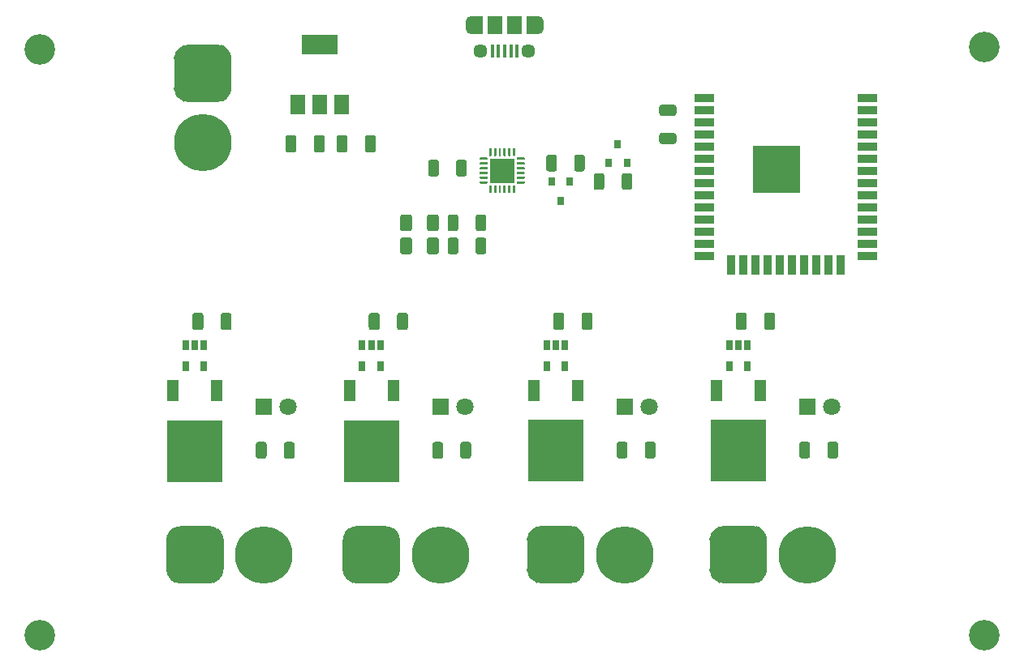
<source format=gbr>
G04 #@! TF.GenerationSoftware,KiCad,Pcbnew,5.1.9*
G04 #@! TF.CreationDate,2021-01-16T18:22:49+01:00*
G04 #@! TF.ProjectId,firework-ignition-system,66697265-776f-4726-9b2d-69676e697469,1*
G04 #@! TF.SameCoordinates,Original*
G04 #@! TF.FileFunction,Soldermask,Top*
G04 #@! TF.FilePolarity,Negative*
%FSLAX46Y46*%
G04 Gerber Fmt 4.6, Leading zero omitted, Abs format (unit mm)*
G04 Created by KiCad (PCBNEW 5.1.9) date 2021-01-16 18:22:49*
%MOMM*%
%LPD*%
G01*
G04 APERTURE LIST*
%ADD10R,2.600000X2.600000*%
%ADD11R,1.200000X1.900000*%
%ADD12O,1.200000X1.900000*%
%ADD13R,1.500000X1.900000*%
%ADD14C,1.450000*%
%ADD15R,0.400000X1.350000*%
%ADD16R,0.650000X1.060000*%
%ADD17R,5.800000X6.400000*%
%ADD18R,1.200000X2.200000*%
%ADD19C,6.000000*%
%ADD20C,1.800000*%
%ADD21R,1.800000X1.800000*%
%ADD22C,3.200000*%
%ADD23R,0.800000X0.900000*%
%ADD24R,2.000000X0.900000*%
%ADD25R,0.900000X2.000000*%
%ADD26R,5.000000X5.000000*%
%ADD27R,1.500000X2.000000*%
%ADD28R,3.800000X2.000000*%
%ADD29C,0.152400*%
G04 APERTURE END LIST*
G36*
G01*
X46090000Y48148001D02*
X46090000Y46847999D01*
G75*
G02*
X45840001Y46598000I-249999J0D01*
G01*
X45189999Y46598000D01*
G75*
G02*
X44940000Y46847999I0J249999D01*
G01*
X44940000Y48148001D01*
G75*
G02*
X45189999Y48398000I249999J0D01*
G01*
X45840001Y48398000D01*
G75*
G02*
X46090000Y48148001I0J-249999D01*
G01*
G37*
G36*
G01*
X49040000Y48148001D02*
X49040000Y46847999D01*
G75*
G02*
X48790001Y46598000I-249999J0D01*
G01*
X48139999Y46598000D01*
G75*
G02*
X47890000Y46847999I0J249999D01*
G01*
X47890000Y48148001D01*
G75*
G02*
X48139999Y48398000I249999J0D01*
G01*
X48790001Y48398000D01*
G75*
G02*
X49040000Y48148001I0J-249999D01*
G01*
G37*
G36*
G01*
X53224000Y46847999D02*
X53224000Y48148001D01*
G75*
G02*
X53473999Y48398000I249999J0D01*
G01*
X54124001Y48398000D01*
G75*
G02*
X54374000Y48148001I0J-249999D01*
G01*
X54374000Y46847999D01*
G75*
G02*
X54124001Y46598000I-249999J0D01*
G01*
X53473999Y46598000D01*
G75*
G02*
X53224000Y46847999I0J249999D01*
G01*
G37*
G36*
G01*
X50274000Y46847999D02*
X50274000Y48148001D01*
G75*
G02*
X50523999Y48398000I249999J0D01*
G01*
X51174001Y48398000D01*
G75*
G02*
X51424000Y48148001I0J-249999D01*
G01*
X51424000Y46847999D01*
G75*
G02*
X51174001Y46598000I-249999J0D01*
G01*
X50523999Y46598000D01*
G75*
G02*
X50274000Y46847999I0J249999D01*
G01*
G37*
G36*
G01*
X84185999Y48630000D02*
X85486001Y48630000D01*
G75*
G02*
X85736000Y48380001I0J-249999D01*
G01*
X85736000Y47729999D01*
G75*
G02*
X85486001Y47480000I-249999J0D01*
G01*
X84185999Y47480000D01*
G75*
G02*
X83936000Y47729999I0J249999D01*
G01*
X83936000Y48380001D01*
G75*
G02*
X84185999Y48630000I249999J0D01*
G01*
G37*
G36*
G01*
X84185999Y51580000D02*
X85486001Y51580000D01*
G75*
G02*
X85736000Y51330001I0J-249999D01*
G01*
X85736000Y50679999D01*
G75*
G02*
X85486001Y50430000I-249999J0D01*
G01*
X84185999Y50430000D01*
G75*
G02*
X83936000Y50679999I0J249999D01*
G01*
X83936000Y51330001D01*
G75*
G02*
X84185999Y51580000I249999J0D01*
G01*
G37*
D10*
X67564000Y44704000D03*
G36*
G01*
X69151500Y46079000D02*
X69851500Y46079000D01*
G75*
G02*
X69914000Y46016500I0J-62500D01*
G01*
X69914000Y45891500D01*
G75*
G02*
X69851500Y45829000I-62500J0D01*
G01*
X69151500Y45829000D01*
G75*
G02*
X69089000Y45891500I0J62500D01*
G01*
X69089000Y46016500D01*
G75*
G02*
X69151500Y46079000I62500J0D01*
G01*
G37*
G36*
G01*
X69151500Y45579000D02*
X69851500Y45579000D01*
G75*
G02*
X69914000Y45516500I0J-62500D01*
G01*
X69914000Y45391500D01*
G75*
G02*
X69851500Y45329000I-62500J0D01*
G01*
X69151500Y45329000D01*
G75*
G02*
X69089000Y45391500I0J62500D01*
G01*
X69089000Y45516500D01*
G75*
G02*
X69151500Y45579000I62500J0D01*
G01*
G37*
G36*
G01*
X69151500Y45079000D02*
X69851500Y45079000D01*
G75*
G02*
X69914000Y45016500I0J-62500D01*
G01*
X69914000Y44891500D01*
G75*
G02*
X69851500Y44829000I-62500J0D01*
G01*
X69151500Y44829000D01*
G75*
G02*
X69089000Y44891500I0J62500D01*
G01*
X69089000Y45016500D01*
G75*
G02*
X69151500Y45079000I62500J0D01*
G01*
G37*
G36*
G01*
X69151500Y44579000D02*
X69851500Y44579000D01*
G75*
G02*
X69914000Y44516500I0J-62500D01*
G01*
X69914000Y44391500D01*
G75*
G02*
X69851500Y44329000I-62500J0D01*
G01*
X69151500Y44329000D01*
G75*
G02*
X69089000Y44391500I0J62500D01*
G01*
X69089000Y44516500D01*
G75*
G02*
X69151500Y44579000I62500J0D01*
G01*
G37*
G36*
G01*
X69151500Y44079000D02*
X69851500Y44079000D01*
G75*
G02*
X69914000Y44016500I0J-62500D01*
G01*
X69914000Y43891500D01*
G75*
G02*
X69851500Y43829000I-62500J0D01*
G01*
X69151500Y43829000D01*
G75*
G02*
X69089000Y43891500I0J62500D01*
G01*
X69089000Y44016500D01*
G75*
G02*
X69151500Y44079000I62500J0D01*
G01*
G37*
G36*
G01*
X69151500Y43579000D02*
X69851500Y43579000D01*
G75*
G02*
X69914000Y43516500I0J-62500D01*
G01*
X69914000Y43391500D01*
G75*
G02*
X69851500Y43329000I-62500J0D01*
G01*
X69151500Y43329000D01*
G75*
G02*
X69089000Y43391500I0J62500D01*
G01*
X69089000Y43516500D01*
G75*
G02*
X69151500Y43579000I62500J0D01*
G01*
G37*
G36*
G01*
X68751500Y43179000D02*
X68876500Y43179000D01*
G75*
G02*
X68939000Y43116500I0J-62500D01*
G01*
X68939000Y42416500D01*
G75*
G02*
X68876500Y42354000I-62500J0D01*
G01*
X68751500Y42354000D01*
G75*
G02*
X68689000Y42416500I0J62500D01*
G01*
X68689000Y43116500D01*
G75*
G02*
X68751500Y43179000I62500J0D01*
G01*
G37*
G36*
G01*
X68251500Y43179000D02*
X68376500Y43179000D01*
G75*
G02*
X68439000Y43116500I0J-62500D01*
G01*
X68439000Y42416500D01*
G75*
G02*
X68376500Y42354000I-62500J0D01*
G01*
X68251500Y42354000D01*
G75*
G02*
X68189000Y42416500I0J62500D01*
G01*
X68189000Y43116500D01*
G75*
G02*
X68251500Y43179000I62500J0D01*
G01*
G37*
G36*
G01*
X67751500Y43179000D02*
X67876500Y43179000D01*
G75*
G02*
X67939000Y43116500I0J-62500D01*
G01*
X67939000Y42416500D01*
G75*
G02*
X67876500Y42354000I-62500J0D01*
G01*
X67751500Y42354000D01*
G75*
G02*
X67689000Y42416500I0J62500D01*
G01*
X67689000Y43116500D01*
G75*
G02*
X67751500Y43179000I62500J0D01*
G01*
G37*
G36*
G01*
X67251500Y43179000D02*
X67376500Y43179000D01*
G75*
G02*
X67439000Y43116500I0J-62500D01*
G01*
X67439000Y42416500D01*
G75*
G02*
X67376500Y42354000I-62500J0D01*
G01*
X67251500Y42354000D01*
G75*
G02*
X67189000Y42416500I0J62500D01*
G01*
X67189000Y43116500D01*
G75*
G02*
X67251500Y43179000I62500J0D01*
G01*
G37*
G36*
G01*
X66751500Y43179000D02*
X66876500Y43179000D01*
G75*
G02*
X66939000Y43116500I0J-62500D01*
G01*
X66939000Y42416500D01*
G75*
G02*
X66876500Y42354000I-62500J0D01*
G01*
X66751500Y42354000D01*
G75*
G02*
X66689000Y42416500I0J62500D01*
G01*
X66689000Y43116500D01*
G75*
G02*
X66751500Y43179000I62500J0D01*
G01*
G37*
G36*
G01*
X66251500Y43179000D02*
X66376500Y43179000D01*
G75*
G02*
X66439000Y43116500I0J-62500D01*
G01*
X66439000Y42416500D01*
G75*
G02*
X66376500Y42354000I-62500J0D01*
G01*
X66251500Y42354000D01*
G75*
G02*
X66189000Y42416500I0J62500D01*
G01*
X66189000Y43116500D01*
G75*
G02*
X66251500Y43179000I62500J0D01*
G01*
G37*
G36*
G01*
X65276500Y43579000D02*
X65976500Y43579000D01*
G75*
G02*
X66039000Y43516500I0J-62500D01*
G01*
X66039000Y43391500D01*
G75*
G02*
X65976500Y43329000I-62500J0D01*
G01*
X65276500Y43329000D01*
G75*
G02*
X65214000Y43391500I0J62500D01*
G01*
X65214000Y43516500D01*
G75*
G02*
X65276500Y43579000I62500J0D01*
G01*
G37*
G36*
G01*
X65276500Y44079000D02*
X65976500Y44079000D01*
G75*
G02*
X66039000Y44016500I0J-62500D01*
G01*
X66039000Y43891500D01*
G75*
G02*
X65976500Y43829000I-62500J0D01*
G01*
X65276500Y43829000D01*
G75*
G02*
X65214000Y43891500I0J62500D01*
G01*
X65214000Y44016500D01*
G75*
G02*
X65276500Y44079000I62500J0D01*
G01*
G37*
G36*
G01*
X65276500Y44579000D02*
X65976500Y44579000D01*
G75*
G02*
X66039000Y44516500I0J-62500D01*
G01*
X66039000Y44391500D01*
G75*
G02*
X65976500Y44329000I-62500J0D01*
G01*
X65276500Y44329000D01*
G75*
G02*
X65214000Y44391500I0J62500D01*
G01*
X65214000Y44516500D01*
G75*
G02*
X65276500Y44579000I62500J0D01*
G01*
G37*
G36*
G01*
X65276500Y45079000D02*
X65976500Y45079000D01*
G75*
G02*
X66039000Y45016500I0J-62500D01*
G01*
X66039000Y44891500D01*
G75*
G02*
X65976500Y44829000I-62500J0D01*
G01*
X65276500Y44829000D01*
G75*
G02*
X65214000Y44891500I0J62500D01*
G01*
X65214000Y45016500D01*
G75*
G02*
X65276500Y45079000I62500J0D01*
G01*
G37*
G36*
G01*
X65276500Y45579000D02*
X65976500Y45579000D01*
G75*
G02*
X66039000Y45516500I0J-62500D01*
G01*
X66039000Y45391500D01*
G75*
G02*
X65976500Y45329000I-62500J0D01*
G01*
X65276500Y45329000D01*
G75*
G02*
X65214000Y45391500I0J62500D01*
G01*
X65214000Y45516500D01*
G75*
G02*
X65276500Y45579000I62500J0D01*
G01*
G37*
G36*
G01*
X65276500Y46079000D02*
X65976500Y46079000D01*
G75*
G02*
X66039000Y46016500I0J-62500D01*
G01*
X66039000Y45891500D01*
G75*
G02*
X65976500Y45829000I-62500J0D01*
G01*
X65276500Y45829000D01*
G75*
G02*
X65214000Y45891500I0J62500D01*
G01*
X65214000Y46016500D01*
G75*
G02*
X65276500Y46079000I62500J0D01*
G01*
G37*
G36*
G01*
X66251500Y47054000D02*
X66376500Y47054000D01*
G75*
G02*
X66439000Y46991500I0J-62500D01*
G01*
X66439000Y46291500D01*
G75*
G02*
X66376500Y46229000I-62500J0D01*
G01*
X66251500Y46229000D01*
G75*
G02*
X66189000Y46291500I0J62500D01*
G01*
X66189000Y46991500D01*
G75*
G02*
X66251500Y47054000I62500J0D01*
G01*
G37*
G36*
G01*
X66751500Y47054000D02*
X66876500Y47054000D01*
G75*
G02*
X66939000Y46991500I0J-62500D01*
G01*
X66939000Y46291500D01*
G75*
G02*
X66876500Y46229000I-62500J0D01*
G01*
X66751500Y46229000D01*
G75*
G02*
X66689000Y46291500I0J62500D01*
G01*
X66689000Y46991500D01*
G75*
G02*
X66751500Y47054000I62500J0D01*
G01*
G37*
G36*
G01*
X67251500Y47054000D02*
X67376500Y47054000D01*
G75*
G02*
X67439000Y46991500I0J-62500D01*
G01*
X67439000Y46291500D01*
G75*
G02*
X67376500Y46229000I-62500J0D01*
G01*
X67251500Y46229000D01*
G75*
G02*
X67189000Y46291500I0J62500D01*
G01*
X67189000Y46991500D01*
G75*
G02*
X67251500Y47054000I62500J0D01*
G01*
G37*
G36*
G01*
X67751500Y47054000D02*
X67876500Y47054000D01*
G75*
G02*
X67939000Y46991500I0J-62500D01*
G01*
X67939000Y46291500D01*
G75*
G02*
X67876500Y46229000I-62500J0D01*
G01*
X67751500Y46229000D01*
G75*
G02*
X67689000Y46291500I0J62500D01*
G01*
X67689000Y46991500D01*
G75*
G02*
X67751500Y47054000I62500J0D01*
G01*
G37*
G36*
G01*
X68251500Y47054000D02*
X68376500Y47054000D01*
G75*
G02*
X68439000Y46991500I0J-62500D01*
G01*
X68439000Y46291500D01*
G75*
G02*
X68376500Y46229000I-62500J0D01*
G01*
X68251500Y46229000D01*
G75*
G02*
X68189000Y46291500I0J62500D01*
G01*
X68189000Y46991500D01*
G75*
G02*
X68251500Y47054000I62500J0D01*
G01*
G37*
G36*
G01*
X68751500Y47054000D02*
X68876500Y47054000D01*
G75*
G02*
X68939000Y46991500I0J-62500D01*
G01*
X68939000Y46291500D01*
G75*
G02*
X68876500Y46229000I-62500J0D01*
G01*
X68751500Y46229000D01*
G75*
G02*
X68689000Y46291500I0J62500D01*
G01*
X68689000Y46991500D01*
G75*
G02*
X68751500Y47054000I62500J0D01*
G01*
G37*
D11*
X70718000Y59911500D03*
X64918000Y59911500D03*
D12*
X64318000Y59911500D03*
X71318000Y59911500D03*
D13*
X68818000Y59911500D03*
D14*
X65318000Y57211500D03*
D15*
X67818000Y57211500D03*
X67168000Y57211500D03*
X66518000Y57211500D03*
X69118000Y57211500D03*
X68468000Y57211500D03*
D14*
X70318000Y57211500D03*
D13*
X66818000Y59911500D03*
D16*
X54862000Y24279600D03*
X52962000Y24279600D03*
X52962000Y26479600D03*
X53912000Y26479600D03*
X54862000Y26479600D03*
X74102000Y24300000D03*
X72202000Y24300000D03*
X72202000Y26500000D03*
X73152000Y26500000D03*
X74102000Y26500000D03*
X36448400Y24279600D03*
X34548400Y24279600D03*
X34548400Y26479600D03*
X35498400Y26479600D03*
X36448400Y26479600D03*
X93152000Y24300000D03*
X91252000Y24300000D03*
X91252000Y26500000D03*
X92202000Y26500000D03*
X93152000Y26500000D03*
G36*
G01*
X61394000Y16098601D02*
X61394000Y14848599D01*
G75*
G02*
X61144001Y14598600I-249999J0D01*
G01*
X60518999Y14598600D01*
G75*
G02*
X60269000Y14848599I0J249999D01*
G01*
X60269000Y16098601D01*
G75*
G02*
X60518999Y16348600I249999J0D01*
G01*
X61144001Y16348600D01*
G75*
G02*
X61394000Y16098601I0J-249999D01*
G01*
G37*
G36*
G01*
X64319000Y16098601D02*
X64319000Y14848599D01*
G75*
G02*
X64069001Y14598600I-249999J0D01*
G01*
X63443999Y14598600D01*
G75*
G02*
X63194000Y14848599I0J249999D01*
G01*
X63194000Y16098601D01*
G75*
G02*
X63443999Y16348600I249999J0D01*
G01*
X64069001Y16348600D01*
G75*
G02*
X64319000Y16098601I0J-249999D01*
G01*
G37*
G36*
G01*
X80634000Y16119001D02*
X80634000Y14868999D01*
G75*
G02*
X80384001Y14619000I-249999J0D01*
G01*
X79758999Y14619000D01*
G75*
G02*
X79509000Y14868999I0J249999D01*
G01*
X79509000Y16119001D01*
G75*
G02*
X79758999Y16369000I249999J0D01*
G01*
X80384001Y16369000D01*
G75*
G02*
X80634000Y16119001I0J-249999D01*
G01*
G37*
G36*
G01*
X83559000Y16119001D02*
X83559000Y14868999D01*
G75*
G02*
X83309001Y14619000I-249999J0D01*
G01*
X82683999Y14619000D01*
G75*
G02*
X82434000Y14868999I0J249999D01*
G01*
X82434000Y16119001D01*
G75*
G02*
X82683999Y16369000I249999J0D01*
G01*
X83309001Y16369000D01*
G75*
G02*
X83559000Y16119001I0J-249999D01*
G01*
G37*
G36*
G01*
X42980400Y16098601D02*
X42980400Y14848599D01*
G75*
G02*
X42730401Y14598600I-249999J0D01*
G01*
X42105399Y14598600D01*
G75*
G02*
X41855400Y14848599I0J249999D01*
G01*
X41855400Y16098601D01*
G75*
G02*
X42105399Y16348600I249999J0D01*
G01*
X42730401Y16348600D01*
G75*
G02*
X42980400Y16098601I0J-249999D01*
G01*
G37*
G36*
G01*
X45905400Y16098601D02*
X45905400Y14848599D01*
G75*
G02*
X45655401Y14598600I-249999J0D01*
G01*
X45030399Y14598600D01*
G75*
G02*
X44780400Y14848599I0J249999D01*
G01*
X44780400Y16098601D01*
G75*
G02*
X45030399Y16348600I249999J0D01*
G01*
X45655401Y16348600D01*
G75*
G02*
X45905400Y16098601I0J-249999D01*
G01*
G37*
G36*
G01*
X99684000Y16119001D02*
X99684000Y14868999D01*
G75*
G02*
X99434001Y14619000I-249999J0D01*
G01*
X98808999Y14619000D01*
G75*
G02*
X98559000Y14868999I0J249999D01*
G01*
X98559000Y16119001D01*
G75*
G02*
X98808999Y16369000I249999J0D01*
G01*
X99434001Y16369000D01*
G75*
G02*
X99684000Y16119001I0J-249999D01*
G01*
G37*
G36*
G01*
X102609000Y16119001D02*
X102609000Y14868999D01*
G75*
G02*
X102359001Y14619000I-249999J0D01*
G01*
X101733999Y14619000D01*
G75*
G02*
X101484000Y14868999I0J249999D01*
G01*
X101484000Y16119001D01*
G75*
G02*
X101733999Y16369000I249999J0D01*
G01*
X102359001Y16369000D01*
G75*
G02*
X102609000Y16119001I0J-249999D01*
G01*
G37*
D17*
X53912000Y15405600D03*
D18*
X51632000Y21705600D03*
X56192000Y21705600D03*
D17*
X73152000Y15426000D03*
D18*
X70872000Y21726000D03*
X75432000Y21726000D03*
D17*
X35498400Y15405600D03*
D18*
X33218400Y21705600D03*
X37778400Y21705600D03*
D17*
X92202000Y15426000D03*
D18*
X89922000Y21726000D03*
X94482000Y21726000D03*
G36*
G01*
X50912000Y3051600D02*
X50912000Y6051600D01*
G75*
G02*
X52412000Y7551600I1500000J0D01*
G01*
X55412000Y7551600D01*
G75*
G02*
X56912000Y6051600I0J-1500000D01*
G01*
X56912000Y3051600D01*
G75*
G02*
X55412000Y1551600I-1500000J0D01*
G01*
X52412000Y1551600D01*
G75*
G02*
X50912000Y3051600I0J1500000D01*
G01*
G37*
D19*
X61112000Y4551600D03*
G36*
G01*
X70152000Y3072000D02*
X70152000Y6072000D01*
G75*
G02*
X71652000Y7572000I1500000J0D01*
G01*
X74652000Y7572000D01*
G75*
G02*
X76152000Y6072000I0J-1500000D01*
G01*
X76152000Y3072000D01*
G75*
G02*
X74652000Y1572000I-1500000J0D01*
G01*
X71652000Y1572000D01*
G75*
G02*
X70152000Y3072000I0J1500000D01*
G01*
G37*
X80352000Y4572000D03*
G36*
G01*
X32498400Y3051600D02*
X32498400Y6051600D01*
G75*
G02*
X33998400Y7551600I1500000J0D01*
G01*
X36998400Y7551600D01*
G75*
G02*
X38498400Y6051600I0J-1500000D01*
G01*
X38498400Y3051600D01*
G75*
G02*
X36998400Y1551600I-1500000J0D01*
G01*
X33998400Y1551600D01*
G75*
G02*
X32498400Y3051600I0J1500000D01*
G01*
G37*
X42698400Y4551600D03*
G36*
G01*
X89202000Y3072000D02*
X89202000Y6072000D01*
G75*
G02*
X90702000Y7572000I1500000J0D01*
G01*
X93702000Y7572000D01*
G75*
G02*
X95202000Y6072000I0J-1500000D01*
G01*
X95202000Y3072000D01*
G75*
G02*
X93702000Y1572000I-1500000J0D01*
G01*
X90702000Y1572000D01*
G75*
G02*
X89202000Y3072000I0J1500000D01*
G01*
G37*
X99402000Y4572000D03*
D20*
X63660000Y20047600D03*
D21*
X61120000Y20047600D03*
D20*
X82900000Y20068000D03*
D21*
X80360000Y20068000D03*
D20*
X45246400Y20047600D03*
D21*
X42706400Y20047600D03*
D20*
X101950000Y20068000D03*
D21*
X99410000Y20068000D03*
G36*
G01*
X56590000Y28285599D02*
X56590000Y29585601D01*
G75*
G02*
X56839999Y29835600I249999J0D01*
G01*
X57490001Y29835600D01*
G75*
G02*
X57740000Y29585601I0J-249999D01*
G01*
X57740000Y28285599D01*
G75*
G02*
X57490001Y28035600I-249999J0D01*
G01*
X56839999Y28035600D01*
G75*
G02*
X56590000Y28285599I0J249999D01*
G01*
G37*
G36*
G01*
X53640000Y28285599D02*
X53640000Y29585601D01*
G75*
G02*
X53889999Y29835600I249999J0D01*
G01*
X54540001Y29835600D01*
G75*
G02*
X54790000Y29585601I0J-249999D01*
G01*
X54790000Y28285599D01*
G75*
G02*
X54540001Y28035600I-249999J0D01*
G01*
X53889999Y28035600D01*
G75*
G02*
X53640000Y28285599I0J249999D01*
G01*
G37*
G36*
G01*
X75830000Y28305999D02*
X75830000Y29606001D01*
G75*
G02*
X76079999Y29856000I249999J0D01*
G01*
X76730001Y29856000D01*
G75*
G02*
X76980000Y29606001I0J-249999D01*
G01*
X76980000Y28305999D01*
G75*
G02*
X76730001Y28056000I-249999J0D01*
G01*
X76079999Y28056000D01*
G75*
G02*
X75830000Y28305999I0J249999D01*
G01*
G37*
G36*
G01*
X72880000Y28305999D02*
X72880000Y29606001D01*
G75*
G02*
X73129999Y29856000I249999J0D01*
G01*
X73780001Y29856000D01*
G75*
G02*
X74030000Y29606001I0J-249999D01*
G01*
X74030000Y28305999D01*
G75*
G02*
X73780001Y28056000I-249999J0D01*
G01*
X73129999Y28056000D01*
G75*
G02*
X72880000Y28305999I0J249999D01*
G01*
G37*
G36*
G01*
X38176400Y28285599D02*
X38176400Y29585601D01*
G75*
G02*
X38426399Y29835600I249999J0D01*
G01*
X39076401Y29835600D01*
G75*
G02*
X39326400Y29585601I0J-249999D01*
G01*
X39326400Y28285599D01*
G75*
G02*
X39076401Y28035600I-249999J0D01*
G01*
X38426399Y28035600D01*
G75*
G02*
X38176400Y28285599I0J249999D01*
G01*
G37*
G36*
G01*
X35226400Y28285599D02*
X35226400Y29585601D01*
G75*
G02*
X35476399Y29835600I249999J0D01*
G01*
X36126401Y29835600D01*
G75*
G02*
X36376400Y29585601I0J-249999D01*
G01*
X36376400Y28285599D01*
G75*
G02*
X36126401Y28035600I-249999J0D01*
G01*
X35476399Y28035600D01*
G75*
G02*
X35226400Y28285599I0J249999D01*
G01*
G37*
G36*
G01*
X94880000Y28305999D02*
X94880000Y29606001D01*
G75*
G02*
X95129999Y29856000I249999J0D01*
G01*
X95780001Y29856000D01*
G75*
G02*
X96030000Y29606001I0J-249999D01*
G01*
X96030000Y28305999D01*
G75*
G02*
X95780001Y28056000I-249999J0D01*
G01*
X95129999Y28056000D01*
G75*
G02*
X94880000Y28305999I0J249999D01*
G01*
G37*
G36*
G01*
X91930000Y28305999D02*
X91930000Y29606001D01*
G75*
G02*
X92179999Y29856000I249999J0D01*
G01*
X92830001Y29856000D01*
G75*
G02*
X93080000Y29606001I0J-249999D01*
G01*
X93080000Y28305999D01*
G75*
G02*
X92830001Y28056000I-249999J0D01*
G01*
X92179999Y28056000D01*
G75*
G02*
X91930000Y28305999I0J249999D01*
G01*
G37*
D22*
X19304000Y57404000D03*
G36*
G01*
X62749000Y44332998D02*
X62749000Y45583002D01*
G75*
G02*
X62998998Y45833000I249998J0D01*
G01*
X63624002Y45833000D01*
G75*
G02*
X63874000Y45583002I0J-249998D01*
G01*
X63874000Y44332998D01*
G75*
G02*
X63624002Y44083000I-249998J0D01*
G01*
X62998998Y44083000D01*
G75*
G02*
X62749000Y44332998I0J249998D01*
G01*
G37*
G36*
G01*
X59824000Y44332998D02*
X59824000Y45583002D01*
G75*
G02*
X60073998Y45833000I249998J0D01*
G01*
X60699002Y45833000D01*
G75*
G02*
X60949000Y45583002I0J-249998D01*
G01*
X60949000Y44332998D01*
G75*
G02*
X60699002Y44083000I-249998J0D01*
G01*
X60073998Y44083000D01*
G75*
G02*
X59824000Y44332998I0J249998D01*
G01*
G37*
G36*
G01*
X64781000Y36204998D02*
X64781000Y37455002D01*
G75*
G02*
X65030998Y37705000I249998J0D01*
G01*
X65656002Y37705000D01*
G75*
G02*
X65906000Y37455002I0J-249998D01*
G01*
X65906000Y36204998D01*
G75*
G02*
X65656002Y35955000I-249998J0D01*
G01*
X65030998Y35955000D01*
G75*
G02*
X64781000Y36204998I0J249998D01*
G01*
G37*
G36*
G01*
X61856000Y36204998D02*
X61856000Y37455002D01*
G75*
G02*
X62105998Y37705000I249998J0D01*
G01*
X62731002Y37705000D01*
G75*
G02*
X62981000Y37455002I0J-249998D01*
G01*
X62981000Y36204998D01*
G75*
G02*
X62731002Y35955000I-249998J0D01*
G01*
X62105998Y35955000D01*
G75*
G02*
X61856000Y36204998I0J249998D01*
G01*
G37*
G36*
G01*
X58153000Y39868000D02*
X58153000Y38618000D01*
G75*
G02*
X57903000Y38368000I-250000J0D01*
G01*
X57153000Y38368000D01*
G75*
G02*
X56903000Y38618000I0J250000D01*
G01*
X56903000Y39868000D01*
G75*
G02*
X57153000Y40118000I250000J0D01*
G01*
X57903000Y40118000D01*
G75*
G02*
X58153000Y39868000I0J-250000D01*
G01*
G37*
G36*
G01*
X60953000Y39868000D02*
X60953000Y38618000D01*
G75*
G02*
X60703000Y38368000I-250000J0D01*
G01*
X59953000Y38368000D01*
G75*
G02*
X59703000Y38618000I0J250000D01*
G01*
X59703000Y39868000D01*
G75*
G02*
X59953000Y40118000I250000J0D01*
G01*
X60703000Y40118000D01*
G75*
G02*
X60953000Y39868000I0J-250000D01*
G01*
G37*
G36*
G01*
X58153000Y37455000D02*
X58153000Y36205000D01*
G75*
G02*
X57903000Y35955000I-250000J0D01*
G01*
X57153000Y35955000D01*
G75*
G02*
X56903000Y36205000I0J250000D01*
G01*
X56903000Y37455000D01*
G75*
G02*
X57153000Y37705000I250000J0D01*
G01*
X57903000Y37705000D01*
G75*
G02*
X58153000Y37455000I0J-250000D01*
G01*
G37*
G36*
G01*
X60953000Y37455000D02*
X60953000Y36205000D01*
G75*
G02*
X60703000Y35955000I-250000J0D01*
G01*
X59953000Y35955000D01*
G75*
G02*
X59703000Y36205000I0J250000D01*
G01*
X59703000Y37455000D01*
G75*
G02*
X59953000Y37705000I250000J0D01*
G01*
X60703000Y37705000D01*
G75*
G02*
X60953000Y37455000I0J-250000D01*
G01*
G37*
G36*
G01*
X75068000Y44866398D02*
X75068000Y46116402D01*
G75*
G02*
X75317998Y46366400I249998J0D01*
G01*
X75943002Y46366400D01*
G75*
G02*
X76193000Y46116402I0J-249998D01*
G01*
X76193000Y44866398D01*
G75*
G02*
X75943002Y44616400I-249998J0D01*
G01*
X75317998Y44616400D01*
G75*
G02*
X75068000Y44866398I0J249998D01*
G01*
G37*
G36*
G01*
X72143000Y44866398D02*
X72143000Y46116402D01*
G75*
G02*
X72392998Y46366400I249998J0D01*
G01*
X73018002Y46366400D01*
G75*
G02*
X73268000Y46116402I0J-249998D01*
G01*
X73268000Y44866398D01*
G75*
G02*
X73018002Y44616400I-249998J0D01*
G01*
X72392998Y44616400D01*
G75*
G02*
X72143000Y44866398I0J249998D01*
G01*
G37*
G36*
G01*
X78221000Y44186002D02*
X78221000Y42935998D01*
G75*
G02*
X77971002Y42686000I-249998J0D01*
G01*
X77345998Y42686000D01*
G75*
G02*
X77096000Y42935998I0J249998D01*
G01*
X77096000Y44186002D01*
G75*
G02*
X77345998Y44436000I249998J0D01*
G01*
X77971002Y44436000D01*
G75*
G02*
X78221000Y44186002I0J-249998D01*
G01*
G37*
G36*
G01*
X81146000Y44186002D02*
X81146000Y42935998D01*
G75*
G02*
X80896002Y42686000I-249998J0D01*
G01*
X80270998Y42686000D01*
G75*
G02*
X80021000Y42935998I0J249998D01*
G01*
X80021000Y44186002D01*
G75*
G02*
X80270998Y44436000I249998J0D01*
G01*
X80896002Y44436000D01*
G75*
G02*
X81146000Y44186002I0J-249998D01*
G01*
G37*
G36*
G01*
X64781000Y38617998D02*
X64781000Y39868002D01*
G75*
G02*
X65030998Y40118000I249998J0D01*
G01*
X65656002Y40118000D01*
G75*
G02*
X65906000Y39868002I0J-249998D01*
G01*
X65906000Y38617998D01*
G75*
G02*
X65656002Y38368000I-249998J0D01*
G01*
X65030998Y38368000D01*
G75*
G02*
X64781000Y38617998I0J249998D01*
G01*
G37*
G36*
G01*
X61856000Y38617998D02*
X61856000Y39868002D01*
G75*
G02*
X62105998Y40118000I249998J0D01*
G01*
X62731002Y40118000D01*
G75*
G02*
X62981000Y39868002I0J-249998D01*
G01*
X62981000Y38617998D01*
G75*
G02*
X62731002Y38368000I-249998J0D01*
G01*
X62105998Y38368000D01*
G75*
G02*
X61856000Y38617998I0J249998D01*
G01*
G37*
D23*
X79629000Y47482000D03*
X80579000Y45482000D03*
X78679000Y45482000D03*
X73660000Y41545000D03*
X72710000Y43545000D03*
X74610000Y43545000D03*
D24*
X105655000Y52324000D03*
X105655000Y51054000D03*
X105655000Y49784000D03*
X105655000Y48514000D03*
X105655000Y47244000D03*
X105655000Y45974000D03*
X105655000Y44704000D03*
X105655000Y43434000D03*
X105655000Y42164000D03*
X105655000Y40894000D03*
X105655000Y39624000D03*
X105655000Y38354000D03*
X105655000Y37084000D03*
X105655000Y35814000D03*
D25*
X102870000Y34814000D03*
X101600000Y34814000D03*
X100330000Y34814000D03*
X99060000Y34814000D03*
X97790000Y34814000D03*
X96520000Y34814000D03*
X95250000Y34814000D03*
X93980000Y34814000D03*
X92710000Y34814000D03*
X91440000Y34814000D03*
D24*
X88655000Y35814000D03*
X88655000Y37084000D03*
X88655000Y38354000D03*
X88655000Y39624000D03*
X88655000Y40894000D03*
X88655000Y42164000D03*
X88655000Y43434000D03*
X88655000Y44704000D03*
X88655000Y45974000D03*
X88655000Y47244000D03*
X88655000Y48514000D03*
X88655000Y49784000D03*
X88655000Y51054000D03*
X88655000Y52324000D03*
D26*
X96155000Y44824000D03*
D22*
X117856000Y57658000D03*
X117856000Y-3810000D03*
X19304000Y-3810000D03*
D27*
X46214000Y51587000D03*
X50814000Y51587000D03*
X48514000Y51587000D03*
D28*
X48514000Y57887000D03*
G36*
G01*
X34822000Y57864000D02*
X37822000Y57864000D01*
G75*
G02*
X39322000Y56364000I0J-1500000D01*
G01*
X39322000Y53364000D01*
G75*
G02*
X37822000Y51864000I-1500000J0D01*
G01*
X34822000Y51864000D01*
G75*
G02*
X33322000Y53364000I0J1500000D01*
G01*
X33322000Y56364000D01*
G75*
G02*
X34822000Y57864000I1500000J0D01*
G01*
G37*
D19*
X36322000Y47664000D03*
D29*
G36*
X38499565Y3053226D02*
G01*
X38500400Y3051600D01*
X38500400Y3024547D01*
X38500390Y3024351D01*
X38471859Y2734676D01*
X38471783Y2734291D01*
X38388149Y2458585D01*
X38387999Y2458223D01*
X38252185Y2204133D01*
X38251967Y2203807D01*
X38069188Y1981089D01*
X38068911Y1980812D01*
X37846193Y1798033D01*
X37845867Y1797815D01*
X37591777Y1662001D01*
X37591415Y1661851D01*
X37315709Y1578217D01*
X37315324Y1578141D01*
X37025649Y1549610D01*
X37025453Y1549600D01*
X36998400Y1549600D01*
X36996668Y1550600D01*
X36996668Y1552600D01*
X36998204Y1553590D01*
X37290640Y1582392D01*
X37571656Y1667638D01*
X37830639Y1806067D01*
X38057639Y1992361D01*
X38243933Y2219361D01*
X38382362Y2478344D01*
X38467608Y2759360D01*
X38496410Y3051796D01*
X38497575Y3053422D01*
X38499565Y3053226D01*
G37*
G36*
X32500390Y3051796D02*
G01*
X32529192Y2759360D01*
X32614438Y2478344D01*
X32752867Y2219361D01*
X32939161Y1992361D01*
X33166161Y1806067D01*
X33425144Y1667638D01*
X33706160Y1582392D01*
X33998596Y1553590D01*
X34000222Y1552425D01*
X34000026Y1550435D01*
X33998400Y1549600D01*
X33971347Y1549600D01*
X33971151Y1549610D01*
X33681476Y1578141D01*
X33681091Y1578217D01*
X33405385Y1661851D01*
X33405023Y1662001D01*
X33150933Y1797815D01*
X33150607Y1798033D01*
X32927889Y1980812D01*
X32927612Y1981089D01*
X32744833Y2203807D01*
X32744615Y2204133D01*
X32608801Y2458223D01*
X32608651Y2458585D01*
X32525017Y2734291D01*
X32524941Y2734676D01*
X32496410Y3024351D01*
X32496400Y3024547D01*
X32496400Y3051600D01*
X32497400Y3053332D01*
X32499400Y3053332D01*
X32500390Y3051796D01*
G37*
G36*
X50913990Y3051796D02*
G01*
X50942792Y2759360D01*
X51028038Y2478344D01*
X51166467Y2219361D01*
X51352761Y1992361D01*
X51579761Y1806067D01*
X51838744Y1667638D01*
X52119760Y1582392D01*
X52412196Y1553590D01*
X52413822Y1552425D01*
X52413626Y1550435D01*
X52412000Y1549600D01*
X52384947Y1549600D01*
X52384751Y1549610D01*
X52095076Y1578141D01*
X52094691Y1578217D01*
X51818985Y1661851D01*
X51818623Y1662001D01*
X51564533Y1797815D01*
X51564207Y1798033D01*
X51341489Y1980812D01*
X51341212Y1981089D01*
X51158433Y2203807D01*
X51158215Y2204133D01*
X51022401Y2458223D01*
X51022251Y2458585D01*
X50938617Y2734291D01*
X50938541Y2734676D01*
X50910010Y3024351D01*
X50910000Y3024547D01*
X50910000Y3051600D01*
X50911000Y3053332D01*
X50913000Y3053332D01*
X50913990Y3051796D01*
G37*
G36*
X56913165Y3053226D02*
G01*
X56914000Y3051600D01*
X56914000Y3024547D01*
X56913990Y3024351D01*
X56885459Y2734676D01*
X56885383Y2734291D01*
X56801749Y2458585D01*
X56801599Y2458223D01*
X56665785Y2204133D01*
X56665567Y2203807D01*
X56482788Y1981089D01*
X56482511Y1980812D01*
X56259793Y1798033D01*
X56259467Y1797815D01*
X56005377Y1662001D01*
X56005015Y1661851D01*
X55729309Y1578217D01*
X55728924Y1578141D01*
X55439249Y1549610D01*
X55439053Y1549600D01*
X55412000Y1549600D01*
X55410268Y1550600D01*
X55410268Y1552600D01*
X55411804Y1553590D01*
X55704240Y1582392D01*
X55985256Y1667638D01*
X56244239Y1806067D01*
X56471239Y1992361D01*
X56657533Y2219361D01*
X56795962Y2478344D01*
X56881208Y2759360D01*
X56910010Y3051796D01*
X56911175Y3053422D01*
X56913165Y3053226D01*
G37*
G36*
X76153165Y3073626D02*
G01*
X76154000Y3072000D01*
X76154000Y3044947D01*
X76153990Y3044751D01*
X76125459Y2755076D01*
X76125383Y2754691D01*
X76041749Y2478985D01*
X76041599Y2478623D01*
X75905785Y2224533D01*
X75905567Y2224207D01*
X75722788Y2001489D01*
X75722511Y2001212D01*
X75499793Y1818433D01*
X75499467Y1818215D01*
X75245377Y1682401D01*
X75245015Y1682251D01*
X74969309Y1598617D01*
X74968924Y1598541D01*
X74679249Y1570010D01*
X74679053Y1570000D01*
X74652000Y1570000D01*
X74650268Y1571000D01*
X74650268Y1573000D01*
X74651804Y1573990D01*
X74944240Y1602792D01*
X75225256Y1688038D01*
X75484239Y1826467D01*
X75711239Y2012761D01*
X75897533Y2239761D01*
X76035962Y2498744D01*
X76121208Y2779760D01*
X76150010Y3072196D01*
X76151175Y3073822D01*
X76153165Y3073626D01*
G37*
G36*
X70153990Y3072196D02*
G01*
X70182792Y2779760D01*
X70268038Y2498744D01*
X70406467Y2239761D01*
X70592761Y2012761D01*
X70819761Y1826467D01*
X71078744Y1688038D01*
X71359760Y1602792D01*
X71652196Y1573990D01*
X71653822Y1572825D01*
X71653626Y1570835D01*
X71652000Y1570000D01*
X71624947Y1570000D01*
X71624751Y1570010D01*
X71335076Y1598541D01*
X71334691Y1598617D01*
X71058985Y1682251D01*
X71058623Y1682401D01*
X70804533Y1818215D01*
X70804207Y1818433D01*
X70581489Y2001212D01*
X70581212Y2001489D01*
X70398433Y2224207D01*
X70398215Y2224533D01*
X70262401Y2478623D01*
X70262251Y2478985D01*
X70178617Y2754691D01*
X70178541Y2755076D01*
X70150010Y3044751D01*
X70150000Y3044947D01*
X70150000Y3072000D01*
X70151000Y3073732D01*
X70153000Y3073732D01*
X70153990Y3072196D01*
G37*
G36*
X89203990Y3072196D02*
G01*
X89232792Y2779760D01*
X89318038Y2498744D01*
X89456467Y2239761D01*
X89642761Y2012761D01*
X89869761Y1826467D01*
X90128744Y1688038D01*
X90409760Y1602792D01*
X90702196Y1573990D01*
X90703822Y1572825D01*
X90703626Y1570835D01*
X90702000Y1570000D01*
X90674947Y1570000D01*
X90674751Y1570010D01*
X90385076Y1598541D01*
X90384691Y1598617D01*
X90108985Y1682251D01*
X90108623Y1682401D01*
X89854533Y1818215D01*
X89854207Y1818433D01*
X89631489Y2001212D01*
X89631212Y2001489D01*
X89448433Y2224207D01*
X89448215Y2224533D01*
X89312401Y2478623D01*
X89312251Y2478985D01*
X89228617Y2754691D01*
X89228541Y2755076D01*
X89200010Y3044751D01*
X89200000Y3044947D01*
X89200000Y3072000D01*
X89201000Y3073732D01*
X89203000Y3073732D01*
X89203990Y3072196D01*
G37*
G36*
X95203165Y3073626D02*
G01*
X95204000Y3072000D01*
X95204000Y3044947D01*
X95203990Y3044751D01*
X95175459Y2755076D01*
X95175383Y2754691D01*
X95091749Y2478985D01*
X95091599Y2478623D01*
X94955785Y2224533D01*
X94955567Y2224207D01*
X94772788Y2001489D01*
X94772511Y2001212D01*
X94549793Y1818433D01*
X94549467Y1818215D01*
X94295377Y1682401D01*
X94295015Y1682251D01*
X94019309Y1598617D01*
X94018924Y1598541D01*
X93729249Y1570010D01*
X93729053Y1570000D01*
X93702000Y1570000D01*
X93700268Y1571000D01*
X93700268Y1573000D01*
X93701804Y1573990D01*
X93994240Y1602792D01*
X94275256Y1688038D01*
X94534239Y1826467D01*
X94761239Y2012761D01*
X94947533Y2239761D01*
X95085962Y2498744D01*
X95171208Y2779760D01*
X95200010Y3072196D01*
X95201175Y3073822D01*
X95203165Y3073626D01*
G37*
G36*
X34000132Y7552600D02*
G01*
X34000132Y7550600D01*
X33998596Y7549610D01*
X33706160Y7520808D01*
X33425144Y7435562D01*
X33166161Y7297133D01*
X32939161Y7110839D01*
X32752867Y6883839D01*
X32614438Y6624856D01*
X32529192Y6343840D01*
X32500390Y6051404D01*
X32499225Y6049778D01*
X32497235Y6049974D01*
X32496400Y6051600D01*
X32496400Y6078653D01*
X32496410Y6078849D01*
X32524941Y6368524D01*
X32525017Y6368909D01*
X32608651Y6644615D01*
X32608801Y6644977D01*
X32744615Y6899067D01*
X32744833Y6899393D01*
X32927612Y7122111D01*
X32927889Y7122388D01*
X33150607Y7305167D01*
X33150933Y7305385D01*
X33405023Y7441199D01*
X33405385Y7441349D01*
X33681091Y7524983D01*
X33681476Y7525059D01*
X33971151Y7553590D01*
X33971347Y7553600D01*
X33998400Y7553600D01*
X34000132Y7552600D01*
G37*
G36*
X52413732Y7552600D02*
G01*
X52413732Y7550600D01*
X52412196Y7549610D01*
X52119760Y7520808D01*
X51838744Y7435562D01*
X51579761Y7297133D01*
X51352761Y7110839D01*
X51166467Y6883839D01*
X51028038Y6624856D01*
X50942792Y6343840D01*
X50913990Y6051404D01*
X50912825Y6049778D01*
X50910835Y6049974D01*
X50910000Y6051600D01*
X50910000Y6078653D01*
X50910010Y6078849D01*
X50938541Y6368524D01*
X50938617Y6368909D01*
X51022251Y6644615D01*
X51022401Y6644977D01*
X51158215Y6899067D01*
X51158433Y6899393D01*
X51341212Y7122111D01*
X51341489Y7122388D01*
X51564207Y7305167D01*
X51564533Y7305385D01*
X51818623Y7441199D01*
X51818985Y7441349D01*
X52094691Y7524983D01*
X52095076Y7525059D01*
X52384751Y7553590D01*
X52384947Y7553600D01*
X52412000Y7553600D01*
X52413732Y7552600D01*
G37*
G36*
X37025649Y7553590D02*
G01*
X37315324Y7525059D01*
X37315709Y7524983D01*
X37591415Y7441349D01*
X37591777Y7441199D01*
X37845867Y7305385D01*
X37846193Y7305167D01*
X38068911Y7122388D01*
X38069188Y7122111D01*
X38251967Y6899393D01*
X38252185Y6899067D01*
X38387999Y6644977D01*
X38388149Y6644615D01*
X38471783Y6368909D01*
X38471859Y6368524D01*
X38500390Y6078849D01*
X38500400Y6078653D01*
X38500400Y6051600D01*
X38499400Y6049868D01*
X38497400Y6049868D01*
X38496410Y6051404D01*
X38467608Y6343840D01*
X38382362Y6624856D01*
X38243933Y6883839D01*
X38057639Y7110839D01*
X37830639Y7297133D01*
X37571656Y7435562D01*
X37290640Y7520808D01*
X36998204Y7549610D01*
X36996578Y7550775D01*
X36996774Y7552765D01*
X36998400Y7553600D01*
X37025453Y7553600D01*
X37025649Y7553590D01*
G37*
G36*
X55439249Y7553590D02*
G01*
X55728924Y7525059D01*
X55729309Y7524983D01*
X56005015Y7441349D01*
X56005377Y7441199D01*
X56259467Y7305385D01*
X56259793Y7305167D01*
X56482511Y7122388D01*
X56482788Y7122111D01*
X56665567Y6899393D01*
X56665785Y6899067D01*
X56801599Y6644977D01*
X56801749Y6644615D01*
X56885383Y6368909D01*
X56885459Y6368524D01*
X56913990Y6078849D01*
X56914000Y6078653D01*
X56914000Y6051600D01*
X56913000Y6049868D01*
X56911000Y6049868D01*
X56910010Y6051404D01*
X56881208Y6343840D01*
X56795962Y6624856D01*
X56657533Y6883839D01*
X56471239Y7110839D01*
X56244239Y7297133D01*
X55985256Y7435562D01*
X55704240Y7520808D01*
X55411804Y7549610D01*
X55410178Y7550775D01*
X55410374Y7552765D01*
X55412000Y7553600D01*
X55439053Y7553600D01*
X55439249Y7553590D01*
G37*
G36*
X90703732Y7573000D02*
G01*
X90703732Y7571000D01*
X90702196Y7570010D01*
X90409760Y7541208D01*
X90128744Y7455962D01*
X89869761Y7317533D01*
X89642761Y7131239D01*
X89456467Y6904239D01*
X89318038Y6645256D01*
X89232792Y6364240D01*
X89203990Y6071804D01*
X89202825Y6070178D01*
X89200835Y6070374D01*
X89200000Y6072000D01*
X89200000Y6099053D01*
X89200010Y6099249D01*
X89228541Y6388924D01*
X89228617Y6389309D01*
X89312251Y6665015D01*
X89312401Y6665377D01*
X89448215Y6919467D01*
X89448433Y6919793D01*
X89631212Y7142511D01*
X89631489Y7142788D01*
X89854207Y7325567D01*
X89854533Y7325785D01*
X90108623Y7461599D01*
X90108985Y7461749D01*
X90384691Y7545383D01*
X90385076Y7545459D01*
X90674751Y7573990D01*
X90674947Y7574000D01*
X90702000Y7574000D01*
X90703732Y7573000D01*
G37*
G36*
X71653732Y7573000D02*
G01*
X71653732Y7571000D01*
X71652196Y7570010D01*
X71359760Y7541208D01*
X71078744Y7455962D01*
X70819761Y7317533D01*
X70592761Y7131239D01*
X70406467Y6904239D01*
X70268038Y6645256D01*
X70182792Y6364240D01*
X70153990Y6071804D01*
X70152825Y6070178D01*
X70150835Y6070374D01*
X70150000Y6072000D01*
X70150000Y6099053D01*
X70150010Y6099249D01*
X70178541Y6388924D01*
X70178617Y6389309D01*
X70262251Y6665015D01*
X70262401Y6665377D01*
X70398215Y6919467D01*
X70398433Y6919793D01*
X70581212Y7142511D01*
X70581489Y7142788D01*
X70804207Y7325567D01*
X70804533Y7325785D01*
X71058623Y7461599D01*
X71058985Y7461749D01*
X71334691Y7545383D01*
X71335076Y7545459D01*
X71624751Y7573990D01*
X71624947Y7574000D01*
X71652000Y7574000D01*
X71653732Y7573000D01*
G37*
G36*
X74679249Y7573990D02*
G01*
X74968924Y7545459D01*
X74969309Y7545383D01*
X75245015Y7461749D01*
X75245377Y7461599D01*
X75499467Y7325785D01*
X75499793Y7325567D01*
X75722511Y7142788D01*
X75722788Y7142511D01*
X75905567Y6919793D01*
X75905785Y6919467D01*
X76041599Y6665377D01*
X76041749Y6665015D01*
X76125383Y6389309D01*
X76125459Y6388924D01*
X76153990Y6099249D01*
X76154000Y6099053D01*
X76154000Y6072000D01*
X76153000Y6070268D01*
X76151000Y6070268D01*
X76150010Y6071804D01*
X76121208Y6364240D01*
X76035962Y6645256D01*
X75897533Y6904239D01*
X75711239Y7131239D01*
X75484239Y7317533D01*
X75225256Y7455962D01*
X74944240Y7541208D01*
X74651804Y7570010D01*
X74650178Y7571175D01*
X74650374Y7573165D01*
X74652000Y7574000D01*
X74679053Y7574000D01*
X74679249Y7573990D01*
G37*
G36*
X93729249Y7573990D02*
G01*
X94018924Y7545459D01*
X94019309Y7545383D01*
X94295015Y7461749D01*
X94295377Y7461599D01*
X94549467Y7325785D01*
X94549793Y7325567D01*
X94772511Y7142788D01*
X94772788Y7142511D01*
X94955567Y6919793D01*
X94955785Y6919467D01*
X95091599Y6665377D01*
X95091749Y6665015D01*
X95175383Y6389309D01*
X95175459Y6388924D01*
X95203990Y6099249D01*
X95204000Y6099053D01*
X95204000Y6072000D01*
X95203000Y6070268D01*
X95201000Y6070268D01*
X95200010Y6071804D01*
X95171208Y6364240D01*
X95085962Y6645256D01*
X94947533Y6904239D01*
X94761239Y7131239D01*
X94534239Y7317533D01*
X94275256Y7455962D01*
X93994240Y7541208D01*
X93701804Y7570010D01*
X93700178Y7571175D01*
X93700374Y7573165D01*
X93702000Y7574000D01*
X93729053Y7574000D01*
X93729249Y7573990D01*
G37*
G36*
X33323990Y53364196D02*
G01*
X33352792Y53071760D01*
X33438038Y52790744D01*
X33576467Y52531761D01*
X33762761Y52304761D01*
X33989761Y52118467D01*
X34248744Y51980038D01*
X34529760Y51894792D01*
X34822196Y51865990D01*
X34823822Y51864825D01*
X34823626Y51862835D01*
X34822000Y51862000D01*
X34794947Y51862000D01*
X34794751Y51862010D01*
X34505076Y51890541D01*
X34504691Y51890617D01*
X34228985Y51974251D01*
X34228623Y51974401D01*
X33974533Y52110215D01*
X33974207Y52110433D01*
X33751489Y52293212D01*
X33751212Y52293489D01*
X33568433Y52516207D01*
X33568215Y52516533D01*
X33432401Y52770623D01*
X33432251Y52770985D01*
X33348617Y53046691D01*
X33348541Y53047076D01*
X33320010Y53336751D01*
X33320000Y53336947D01*
X33320000Y53364000D01*
X33321000Y53365732D01*
X33323000Y53365732D01*
X33323990Y53364196D01*
G37*
G36*
X39323165Y53365626D02*
G01*
X39324000Y53364000D01*
X39324000Y53336947D01*
X39323990Y53336751D01*
X39295459Y53047076D01*
X39295383Y53046691D01*
X39211749Y52770985D01*
X39211599Y52770623D01*
X39075785Y52516533D01*
X39075567Y52516207D01*
X38892788Y52293489D01*
X38892511Y52293212D01*
X38669793Y52110433D01*
X38669467Y52110215D01*
X38415377Y51974401D01*
X38415015Y51974251D01*
X38139309Y51890617D01*
X38138924Y51890541D01*
X37849249Y51862010D01*
X37849053Y51862000D01*
X37822000Y51862000D01*
X37820268Y51863000D01*
X37820268Y51865000D01*
X37821804Y51865990D01*
X38114240Y51894792D01*
X38395256Y51980038D01*
X38654239Y52118467D01*
X38881239Y52304761D01*
X39067533Y52531761D01*
X39205962Y52790744D01*
X39291208Y53071760D01*
X39320010Y53364196D01*
X39321175Y53365822D01*
X39323165Y53365626D01*
G37*
G36*
X34823732Y57865000D02*
G01*
X34823732Y57863000D01*
X34822196Y57862010D01*
X34529760Y57833208D01*
X34248744Y57747962D01*
X33989761Y57609533D01*
X33762761Y57423239D01*
X33576467Y57196239D01*
X33438038Y56937256D01*
X33352792Y56656240D01*
X33323990Y56363804D01*
X33322825Y56362178D01*
X33320835Y56362374D01*
X33320000Y56364000D01*
X33320000Y56391053D01*
X33320010Y56391249D01*
X33348541Y56680924D01*
X33348617Y56681309D01*
X33432251Y56957015D01*
X33432401Y56957377D01*
X33568215Y57211467D01*
X33568433Y57211793D01*
X33751212Y57434511D01*
X33751489Y57434788D01*
X33974207Y57617567D01*
X33974533Y57617785D01*
X34228623Y57753599D01*
X34228985Y57753749D01*
X34504691Y57837383D01*
X34505076Y57837459D01*
X34794751Y57865990D01*
X34794947Y57866000D01*
X34822000Y57866000D01*
X34823732Y57865000D01*
G37*
G36*
X37849249Y57865990D02*
G01*
X38138924Y57837459D01*
X38139309Y57837383D01*
X38415015Y57753749D01*
X38415377Y57753599D01*
X38669467Y57617785D01*
X38669793Y57617567D01*
X38892511Y57434788D01*
X38892788Y57434511D01*
X39075567Y57211793D01*
X39075785Y57211467D01*
X39211599Y56957377D01*
X39211749Y56957015D01*
X39295383Y56681309D01*
X39295459Y56680924D01*
X39323990Y56391249D01*
X39324000Y56391053D01*
X39324000Y56364000D01*
X39323000Y56362268D01*
X39321000Y56362268D01*
X39320010Y56363804D01*
X39291208Y56656240D01*
X39205962Y56937256D01*
X39067533Y57196239D01*
X38881239Y57423239D01*
X38654239Y57609533D01*
X38395256Y57747962D01*
X38114240Y57833208D01*
X37821804Y57862010D01*
X37820178Y57863175D01*
X37820374Y57865165D01*
X37822000Y57866000D01*
X37849053Y57866000D01*
X37849249Y57865990D01*
G37*
M02*

</source>
